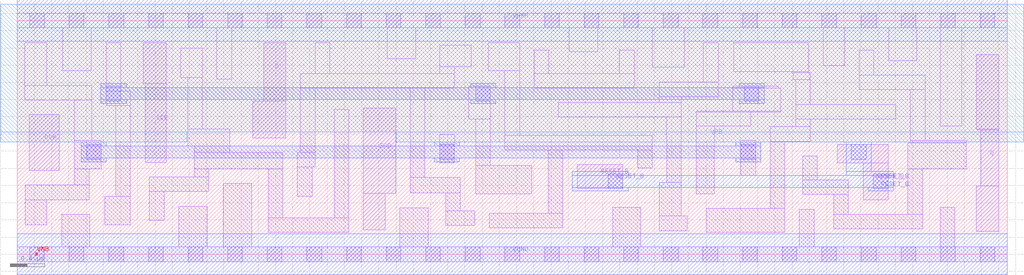
<source format=lef>
# Copyright 2020 The SkyWater PDK Authors
#
# Licensed under the Apache License, Version 2.0 (the "License");
# you may not use this file except in compliance with the License.
# You may obtain a copy of the License at
#
#     https://www.apache.org/licenses/LICENSE-2.0
#
# Unless required by applicable law or agreed to in writing, software
# distributed under the License is distributed on an "AS IS" BASIS,
# WITHOUT WARRANTIES OR CONDITIONS OF ANY KIND, either express or implied.
# See the License for the specific language governing permissions and
# limitations under the License.
#
# SPDX-License-Identifier: Apache-2.0

VERSION 5.7 ;
  NOWIREEXTENSIONATPIN ON ;
  DIVIDERCHAR "/" ;
  BUSBITCHARS "[]" ;
MACRO sky130_fd_sc_hd__sdfrtp_1
  CLASS CORE ;
  FOREIGN sky130_fd_sc_hd__sdfrtp_1 ;
  ORIGIN  0.000000  0.000000 ;
  SIZE  11.50000 BY  2.720000 ;
  SYMMETRY X Y R90 ;
  SITE unithd ;
  PIN D
    ANTENNAGATEAREA  0.144000 ;
    DIRECTION INPUT ;
    USE SIGNAL ;
    PORT
      LAYER li1 ;
        RECT 2.735000 1.355000 3.120000 1.785000 ;
        RECT 2.865000 1.785000 3.120000 2.465000 ;
    END
  END D
  PIN Q
    ANTENNADIFFAREA  0.429000 ;
    DIRECTION OUTPUT ;
    USE SIGNAL ;
    PORT
      LAYER li1 ;
        RECT 11.140000 0.265000 11.400000 0.795000 ;
        RECT 11.140000 1.460000 11.400000 2.325000 ;
        RECT 11.150000 1.445000 11.400000 1.460000 ;
        RECT 11.190000 0.795000 11.400000 1.445000 ;
    END
  END Q
  PIN RESET_B
    ANTENNAGATEAREA  0.252000 ;
    DIRECTION INPUT ;
    USE SIGNAL ;
    PORT
      LAYER li1 ;
        RECT 6.505000 0.765000 7.035000 1.045000 ;
      LAYER mcon ;
        RECT 6.865000 0.765000 7.035000 0.935000 ;
    END
    PORT
      LAYER li1 ;
        RECT 9.525000 1.065000 10.115000 1.275000 ;
        RECT 9.825000 0.635000 10.115000 1.065000 ;
      LAYER mcon ;
        RECT 9.690000 1.105000  9.860000 1.275000 ;
        RECT 9.945000 0.765000 10.115000 0.935000 ;
    END
    PORT
      LAYER met1 ;
        RECT 6.445000 0.735000  7.095000 0.780000 ;
        RECT 6.445000 0.780000 10.175000 0.920000 ;
        RECT 6.445000 0.920000  7.095000 0.965000 ;
        RECT 9.630000 0.920000 10.175000 0.965000 ;
        RECT 9.630000 0.965000  9.920000 1.305000 ;
        RECT 9.885000 0.735000 10.175000 0.780000 ;
    END
  END RESET_B
  PIN SCD
    ANTENNAGATEAREA  0.156600 ;
    DIRECTION INPUT ;
    USE SIGNAL ;
    PORT
      LAYER li1 ;
        RECT 4.020000 0.285000 4.275000 0.710000 ;
        RECT 4.020000 0.710000 4.395000 1.700000 ;
    END
  END SCD
  PIN SCE
    ANTENNAGATEAREA  0.435000 ;
    DIRECTION INPUT ;
    USE SIGNAL ;
    PORT
      LAYER li1 ;
        RECT 1.465000 1.985000 1.730000 2.465000 ;
        RECT 1.485000 1.070000 1.730000 1.985000 ;
    END
  END SCE
  PIN CLK
    ANTENNAGATEAREA  0.247500 ;
    DIRECTION INPUT ;
    USE CLOCK ;
    PORT
      LAYER li1 ;
        RECT 0.140000 0.975000 0.490000 1.625000 ;
    END
  END CLK
  PIN VGND
    DIRECTION INOUT ;
    SHAPE ABUTMENT ;
    USE GROUND ;
    PORT
      LAYER met1 ;
        RECT 0.000000 -0.240000 11.500000 0.240000 ;
    END
  END VGND
  PIN VNB
    DIRECTION INOUT ;
    USE GROUND ;
    PORT
      LAYER pwell ;
        RECT 0.215000 -0.010000 0.235000 0.015000 ;
    END
  END VNB
  PIN VPB
    DIRECTION INOUT ;
    USE POWER ;
    PORT
      LAYER nwell ;
        RECT -0.190000 1.305000  1.970000 1.425000 ;
        RECT -0.190000 1.425000 11.690000 2.910000 ;
        RECT  4.405000 1.305000 11.690000 1.425000 ;
    END
  END VPB
  PIN VPWR
    DIRECTION INOUT ;
    SHAPE ABUTMENT ;
    USE POWER ;
    PORT
      LAYER met1 ;
        RECT 0.000000 2.480000 11.500000 2.960000 ;
    END
  END VPWR
  OBS
    LAYER li1 ;
      RECT  0.000000 -0.085000 11.500000 0.085000 ;
      RECT  0.000000  2.635000 11.500000 2.805000 ;
      RECT  0.090000  1.795000  0.865000 1.965000 ;
      RECT  0.090000  1.965000  0.345000 2.465000 ;
      RECT  0.095000  0.345000  0.345000 0.635000 ;
      RECT  0.095000  0.635000  0.835000 0.805000 ;
      RECT  0.515000  0.085000  0.845000 0.465000 ;
      RECT  0.530000  2.135000  0.860000 2.635000 ;
      RECT  0.660000  0.805000  0.835000 0.995000 ;
      RECT  0.660000  0.995000  0.975000 1.325000 ;
      RECT  0.660000  1.325000  0.865000 1.795000 ;
      RECT  1.015000  0.345000  1.315000 0.675000 ;
      RECT  1.035000  1.730000  1.315000 1.900000 ;
      RECT  1.035000  1.900000  1.205000 2.465000 ;
      RECT  1.145000  0.675000  1.315000 1.730000 ;
      RECT  1.535000  0.395000  1.705000 0.730000 ;
      RECT  1.535000  0.730000  2.225000 0.900000 ;
      RECT  1.875000  0.085000  2.205000 0.560000 ;
      RECT  1.900000  2.055000  2.150000 2.400000 ;
      RECT  1.980000  1.260000  2.470000 1.455000 ;
      RECT  1.980000  1.455000  2.150000 2.055000 ;
      RECT  2.055000  0.900000  2.225000 0.995000 ;
      RECT  2.055000  0.995000  3.085000 1.185000 ;
      RECT  2.055000  1.185000  2.470000 1.260000 ;
      RECT  2.320000  2.040000  2.490000 2.635000 ;
      RECT  2.395000  0.085000  2.725000 0.825000 ;
      RECT  2.915000  0.255000  3.850000 0.425000 ;
      RECT  2.915000  0.425000  3.085000 0.995000 ;
      RECT  3.255000  0.675000  3.425000 1.015000 ;
      RECT  3.255000  1.015000  3.460000 1.185000 ;
      RECT  3.290000  1.185000  3.460000 1.935000 ;
      RECT  3.290000  1.935000  5.075000 2.105000 ;
      RECT  3.460000  2.105000  3.630000 2.465000 ;
      RECT  3.680000  0.425000  3.850000 1.685000 ;
      RECT  4.300000  2.275000  4.630000 2.635000 ;
      RECT  4.445000  0.085000  4.775000 0.540000 ;
      RECT  4.565000  0.715000  5.145000 0.895000 ;
      RECT  4.565000  0.895000  4.735000 1.935000 ;
      RECT  4.905000  1.065000  5.075000 1.395000 ;
      RECT  4.905000  2.105000  5.075000 2.185000 ;
      RECT  4.905000  2.185000  5.275000 2.435000 ;
      RECT  4.975000  0.335000  5.315000 0.505000 ;
      RECT  4.975000  0.505000  5.145000 0.715000 ;
      RECT  5.245000  1.575000  5.495000 1.955000 ;
      RECT  5.325000  0.705000  5.975000 1.035000 ;
      RECT  5.325000  1.035000  5.495000 1.575000 ;
      RECT  5.470000  2.135000  5.835000 2.465000 ;
      RECT  5.485000  0.305000  6.335000 0.475000 ;
      RECT  5.665000  1.215000  7.375000 1.385000 ;
      RECT  5.665000  1.385000  5.835000 2.135000 ;
      RECT  6.005000  1.935000  7.165000 2.105000 ;
      RECT  6.005000  2.105000  6.175000 2.375000 ;
      RECT  6.165000  0.475000  6.335000 1.215000 ;
      RECT  6.285000  1.595000  7.715000 1.765000 ;
      RECT  6.410000  2.355000  6.740000 2.635000 ;
      RECT  6.915000  0.085000  7.245000 0.545000 ;
      RECT  6.995000  2.105000  7.165000 2.375000 ;
      RECT  7.205000  1.005000  7.375000 1.215000 ;
      RECT  7.375000  2.175000  7.745000 2.635000 ;
      RECT  7.455000  0.275000  7.785000 0.445000 ;
      RECT  7.455000  0.445000  7.715000 0.835000 ;
      RECT  7.455000  1.765000  7.715000 1.835000 ;
      RECT  7.455000  1.835000  8.140000 2.005000 ;
      RECT  7.545000  0.835000  7.715000 1.595000 ;
      RECT  7.885000  0.705000  8.095000 1.495000 ;
      RECT  7.885000  1.495000  8.520000 1.655000 ;
      RECT  7.885000  1.655000  8.870000 1.665000 ;
      RECT  7.970000  2.005000  8.140000 2.465000 ;
      RECT  8.005000  0.255000  8.915000 0.535000 ;
      RECT  8.310000  1.665000  8.870000 1.935000 ;
      RECT  8.310000  1.935000  8.840000 1.955000 ;
      RECT  8.320000  2.125000  9.190000 2.465000 ;
      RECT  8.405000  0.920000  8.575000 1.325000 ;
      RECT  8.745000  0.535000  8.915000 1.315000 ;
      RECT  8.745000  1.315000  9.210000 1.485000 ;
      RECT  9.015000  2.035000  9.210000 2.115000 ;
      RECT  9.015000  2.115000  9.190000 2.125000 ;
      RECT  9.040000  1.485000  9.210000 1.575000 ;
      RECT  9.040000  1.575000 10.205000 1.745000 ;
      RECT  9.040000  1.745000  9.210000 2.035000 ;
      RECT  9.085000  0.085000  9.255000 0.525000 ;
      RECT  9.125000  0.695000  9.655000 0.865000 ;
      RECT  9.125000  0.865000  9.295000 1.145000 ;
      RECT  9.360000  2.195000  9.610000 2.635000 ;
      RECT  9.485000  0.295000 10.515000 0.465000 ;
      RECT  9.485000  0.465000  9.655000 0.695000 ;
      RECT  9.780000  1.915000 10.545000 2.085000 ;
      RECT  9.780000  2.085000  9.950000 2.375000 ;
      RECT 10.120000  2.255000 10.450000 2.635000 ;
      RECT 10.345000  0.465000 10.515000 0.995000 ;
      RECT 10.345000  0.995000 11.020000 1.295000 ;
      RECT 10.375000  1.295000 11.020000 1.325000 ;
      RECT 10.375000  1.325000 10.545000 1.915000 ;
      RECT 10.720000  0.085000 10.890000 0.545000 ;
      RECT 10.720000  1.495000 10.970000 2.635000 ;
    LAYER mcon ;
      RECT  0.145000 -0.085000  0.315000 0.085000 ;
      RECT  0.145000  2.635000  0.315000 2.805000 ;
      RECT  0.605000 -0.085000  0.775000 0.085000 ;
      RECT  0.605000  2.635000  0.775000 2.805000 ;
      RECT  0.805000  1.105000  0.975000 1.275000 ;
      RECT  1.035000  1.785000  1.205000 1.955000 ;
      RECT  1.065000 -0.085000  1.235000 0.085000 ;
      RECT  1.065000  2.635000  1.235000 2.805000 ;
      RECT  1.525000 -0.085000  1.695000 0.085000 ;
      RECT  1.525000  2.635000  1.695000 2.805000 ;
      RECT  1.985000 -0.085000  2.155000 0.085000 ;
      RECT  1.985000  2.635000  2.155000 2.805000 ;
      RECT  2.445000 -0.085000  2.615000 0.085000 ;
      RECT  2.445000  2.635000  2.615000 2.805000 ;
      RECT  2.905000 -0.085000  3.075000 0.085000 ;
      RECT  2.905000  2.635000  3.075000 2.805000 ;
      RECT  3.365000 -0.085000  3.535000 0.085000 ;
      RECT  3.365000  2.635000  3.535000 2.805000 ;
      RECT  3.825000 -0.085000  3.995000 0.085000 ;
      RECT  3.825000  2.635000  3.995000 2.805000 ;
      RECT  4.285000 -0.085000  4.455000 0.085000 ;
      RECT  4.285000  2.635000  4.455000 2.805000 ;
      RECT  4.745000 -0.085000  4.915000 0.085000 ;
      RECT  4.745000  2.635000  4.915000 2.805000 ;
      RECT  4.905000  1.105000  5.075000 1.275000 ;
      RECT  5.205000 -0.085000  5.375000 0.085000 ;
      RECT  5.205000  2.635000  5.375000 2.805000 ;
      RECT  5.325000  1.785000  5.495000 1.955000 ;
      RECT  5.665000 -0.085000  5.835000 0.085000 ;
      RECT  5.665000  2.635000  5.835000 2.805000 ;
      RECT  6.125000 -0.085000  6.295000 0.085000 ;
      RECT  6.125000  2.635000  6.295000 2.805000 ;
      RECT  6.585000 -0.085000  6.755000 0.085000 ;
      RECT  6.585000  2.635000  6.755000 2.805000 ;
      RECT  7.045000 -0.085000  7.215000 0.085000 ;
      RECT  7.045000  2.635000  7.215000 2.805000 ;
      RECT  7.505000 -0.085000  7.675000 0.085000 ;
      RECT  7.505000  2.635000  7.675000 2.805000 ;
      RECT  7.965000 -0.085000  8.135000 0.085000 ;
      RECT  7.965000  2.635000  8.135000 2.805000 ;
      RECT  8.405000  1.105000  8.575000 1.275000 ;
      RECT  8.425000 -0.085000  8.595000 0.085000 ;
      RECT  8.425000  2.635000  8.595000 2.805000 ;
      RECT  8.445000  1.785000  8.615000 1.955000 ;
      RECT  8.885000 -0.085000  9.055000 0.085000 ;
      RECT  8.885000  2.635000  9.055000 2.805000 ;
      RECT  9.345000 -0.085000  9.515000 0.085000 ;
      RECT  9.345000  2.635000  9.515000 2.805000 ;
      RECT  9.805000 -0.085000  9.975000 0.085000 ;
      RECT  9.805000  2.635000  9.975000 2.805000 ;
      RECT 10.265000 -0.085000 10.435000 0.085000 ;
      RECT 10.265000  2.635000 10.435000 2.805000 ;
      RECT 10.725000 -0.085000 10.895000 0.085000 ;
      RECT 10.725000  2.635000 10.895000 2.805000 ;
      RECT 11.185000 -0.085000 11.355000 0.085000 ;
      RECT 11.185000  2.635000 11.355000 2.805000 ;
    LAYER met1 ;
      RECT 0.745000 1.075000 1.035000 1.120000 ;
      RECT 0.745000 1.120000 8.635000 1.260000 ;
      RECT 0.745000 1.260000 1.035000 1.305000 ;
      RECT 0.970000 1.755000 1.270000 1.800000 ;
      RECT 0.970000 1.800000 8.675000 1.940000 ;
      RECT 0.970000 1.940000 1.270000 1.985000 ;
      RECT 4.845000 1.075000 5.135000 1.120000 ;
      RECT 4.845000 1.260000 5.135000 1.305000 ;
      RECT 5.265000 1.755000 5.555000 1.800000 ;
      RECT 5.265000 1.940000 5.555000 1.985000 ;
      RECT 8.345000 1.075000 8.635000 1.120000 ;
      RECT 8.345000 1.260000 8.635000 1.305000 ;
      RECT 8.385000 1.755000 8.675000 1.800000 ;
      RECT 8.385000 1.940000 8.675000 1.985000 ;
  END
END sky130_fd_sc_hd__sdfrtp_1
END LIBRARY

</source>
